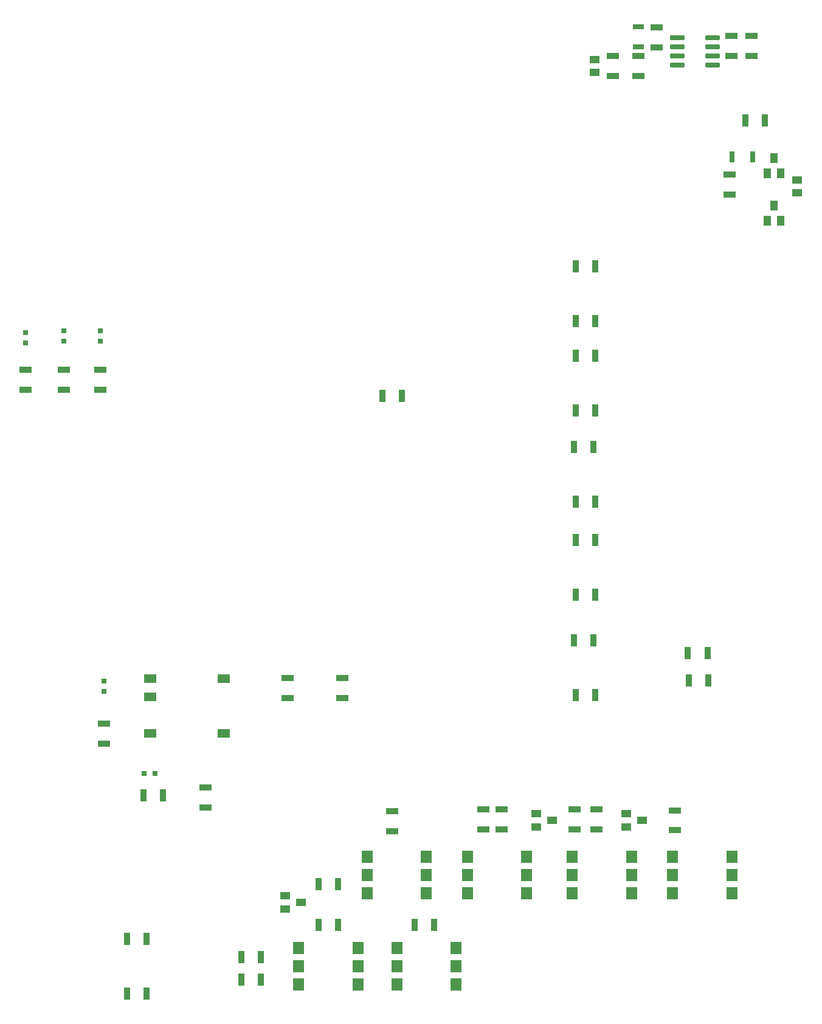
<source format=gtp>
%FSTAX23Y23*%
%MOIN*%
%SFA1B1*%

%IPPOS*%
%AMD25*
4,1,8,0.035800,0.011800,-0.035800,0.011800,-0.038800,0.008900,-0.038800,-0.008900,-0.035800,-0.011800,0.035800,-0.011800,0.038800,-0.008900,0.038800,0.008900,0.035800,0.011800,0.0*
1,1,0.005906,0.035800,0.008900*
1,1,0.005906,-0.035800,0.008900*
1,1,0.005906,-0.035800,-0.008900*
1,1,0.005906,0.035800,-0.008900*
%
%ADD21R,0.067000X0.036000*%
%ADD22R,0.060992X0.025685*%
%ADD23R,0.031496X0.031496*%
%ADD24R,0.025685X0.060992*%
G04~CAMADD=25~8~0.0~0.0~775.6~236.2~29.5~0.0~15~0.0~0.0~0.0~0.0~0~0.0~0.0~0.0~0.0~0~0.0~0.0~0.0~0.0~775.6~236.2*
%ADD25D25*%
%ADD26R,0.036000X0.067000*%
%ADD27R,0.039370X0.055118*%
%ADD28R,0.056299X0.043307*%
%ADD29R,0.031496X0.031496*%
%ADD30R,0.059842X0.070079*%
%ADD31R,0.055118X0.039370*%
%ADD32R,0.070866X0.047244*%
%LNmain-1*%
%LPD*%
G54D21*
X02625Y02104D03*
Y01996D03*
X02925Y02104D03*
Y01996D03*
X0506Y05624D03*
Y05516D03*
X014Y03686D03*
Y03794D03*
X0119Y03686D03*
Y03794D03*
X016Y03686D03*
Y03794D03*
X0517Y05516D03*
Y05624D03*
X0465Y05562D03*
Y0567D03*
X0505Y04756D03*
Y04864D03*
X0455Y05406D03*
Y05514D03*
X0441Y05406D03*
Y05514D03*
X0162Y01746D03*
Y01854D03*
X0432Y01384D03*
Y01276D03*
X038D03*
Y01384D03*
X037Y01276D03*
Y01384D03*
X02175Y01396D03*
Y01504D03*
X032Y01374D03*
Y01266D03*
X0475Y01379D03*
Y01271D03*
X042Y01276D03*
Y01384D03*
G54D22*
X0455Y05676D03*
Y05563D03*
G54D23*
X0119Y03999D03*
Y0394D03*
X014Y04009D03*
Y0395D03*
X016Y04009D03*
Y0395D03*
X0162Y02089D03*
Y0203D03*
G54D24*
X05063Y0496D03*
X05176D03*
G54D25*
X04957Y05615D03*
Y05565D03*
Y05515D03*
Y05465D03*
X04762D03*
Y05515D03*
Y05565D03*
Y05615D03*
G54D26*
X05136Y0516D03*
X05244D03*
X01944Y0146D03*
X01836D03*
X04934Y0209D03*
X04826D03*
X04196Y0231D03*
X04304D03*
X04928Y0224D03*
X0482D03*
X04206Y0201D03*
X04314D03*
X04206Y0436D03*
X04314D03*
X04206Y0406D03*
X04314D03*
X04206Y0387D03*
X04314D03*
X04206Y0357D03*
X04314D03*
X04196Y0337D03*
X04304D03*
X04206Y0307D03*
X04314D03*
X04206Y0286D03*
X04314D03*
X04206Y0256D03*
X04314D03*
X02479Y0045D03*
X02371D03*
X02479Y00575D03*
X02371D03*
X02904Y0075D03*
X02796D03*
X03429D03*
X03321D03*
X03254Y0365D03*
X03146D03*
X02904Y00975D03*
X02796D03*
X01746Y00675D03*
X01854D03*
X01746Y00375D03*
X01854D03*
G54D27*
X05255Y0461D03*
X0533D03*
X05292Y04696D03*
Y04956D03*
X0533Y0487D03*
X05255D03*
G54D28*
X0431Y05425D03*
Y05494D03*
X0542Y04834D03*
Y04765D03*
G54D29*
X01899Y0158D03*
X0184D03*
G54D30*
X03012Y00625D03*
Y00425D03*
Y00525D03*
X02687Y00625D03*
Y00425D03*
Y00525D03*
X03612Y00925D03*
Y01125D03*
Y01025D03*
X03937Y00925D03*
Y01125D03*
Y01025D03*
X0355Y00625D03*
Y00425D03*
Y00525D03*
X03225Y00625D03*
Y00425D03*
Y00525D03*
X05062Y01025D03*
Y01125D03*
Y00925D03*
X04737Y01025D03*
Y01125D03*
Y00925D03*
X04187D03*
Y01125D03*
Y01025D03*
X04512Y00925D03*
Y01125D03*
Y01025D03*
X03387D03*
Y01125D03*
Y00925D03*
X03062Y01025D03*
Y01125D03*
Y00925D03*
G54D31*
X027Y00875D03*
X02613Y00837D03*
Y00912D03*
X03988Y01362D03*
Y01287D03*
X04075Y01325D03*
X04481Y01362D03*
Y01287D03*
X04568Y01325D03*
G54D32*
X02275Y021D03*
Y018D03*
X01874D03*
Y02D03*
Y021D03*
M02*
</source>
